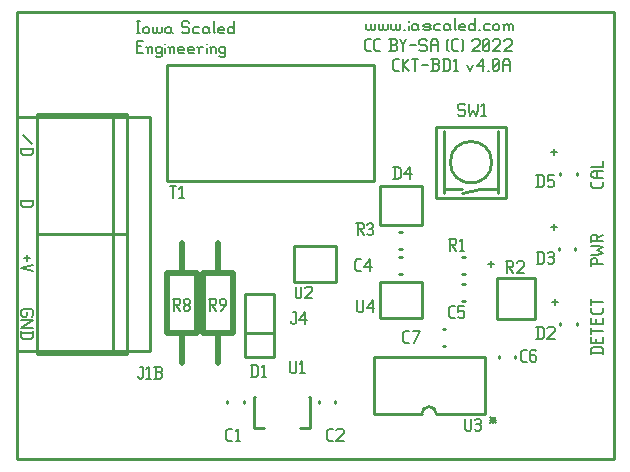
<source format=gbr>
G04 start of page 9 for group -4079 idx -4079 *
G04 Title: (unknown), topsilk *
G04 Creator: pcb 4.0.2 *
G04 CreationDate: Mon Nov 22 04:11:08 2021 UTC *
G04 For: ndholmes *
G04 Format: Gerber/RS-274X *
G04 PCB-Dimensions (mil): 2000.00 1500.00 *
G04 PCB-Coordinate-Origin: lower left *
%MOIN*%
%FSLAX25Y25*%
%LNTOPSILK*%
%ADD69C,0.0200*%
%ADD68C,0.0080*%
%ADD67C,0.0100*%
G54D67*X500Y149500D02*X199500D01*
Y500D01*
X500D01*
Y149500D01*
G54D68*X117000Y145500D02*Y144000D01*
X117500Y143500D01*
X118000D01*
X118500Y144000D01*
Y145500D02*Y144000D01*
X119000Y143500D01*
X119500D01*
X120000Y144000D01*
Y145500D02*Y144000D01*
X121200Y145500D02*Y144000D01*
X121700Y143500D01*
X122200D01*
X122700Y144000D01*
Y145500D02*Y144000D01*
X123200Y143500D01*
X123700D01*
X124200Y144000D01*
Y145500D02*Y144000D01*
X125400Y145500D02*Y144000D01*
X125900Y143500D01*
X126400D01*
X126900Y144000D01*
Y145500D02*Y144000D01*
X127400Y143500D01*
X127900D01*
X128400Y144000D01*
Y145500D02*Y144000D01*
X129600Y143500D02*X130100D01*
X131300Y146500D02*Y146400D01*
Y145000D02*Y143500D01*
X133800Y145500D02*X134300Y145000D01*
X132800Y145500D02*X133800D01*
X132300Y145000D02*X132800Y145500D01*
X132300Y145000D02*Y144000D01*
X132800Y143500D01*
X134300Y145500D02*Y144000D01*
X134800Y143500D01*
X132800D02*X133800D01*
X134300Y144000D01*
X136500Y143500D02*X138000D01*
X138500Y144000D01*
X138000Y144500D02*X138500Y144000D01*
X136500Y144500D02*X138000D01*
X136000Y145000D02*X136500Y144500D01*
X136000Y145000D02*X136500Y145500D01*
X138000D01*
X138500Y145000D01*
X136000Y144000D02*X136500Y143500D01*
X140200Y145500D02*X141700D01*
X139700Y145000D02*X140200Y145500D01*
X139700Y145000D02*Y144000D01*
X140200Y143500D01*
X141700D01*
X144400Y145500D02*X144900Y145000D01*
X143400Y145500D02*X144400D01*
X142900Y145000D02*X143400Y145500D01*
X142900Y145000D02*Y144000D01*
X143400Y143500D01*
X144900Y145500D02*Y144000D01*
X145400Y143500D01*
X143400D02*X144400D01*
X144900Y144000D01*
X146600Y147500D02*Y144000D01*
X147100Y143500D01*
X148600D02*X150100D01*
X148100Y144000D02*X148600Y143500D01*
X148100Y145000D02*Y144000D01*
Y145000D02*X148600Y145500D01*
X149600D01*
X150100Y145000D01*
X148100Y144500D02*X150100D01*
Y145000D02*Y144500D01*
X153300Y147500D02*Y143500D01*
X152800D02*X153300Y144000D01*
X151800Y143500D02*X152800D01*
X151300Y144000D02*X151800Y143500D01*
X151300Y145000D02*Y144000D01*
Y145000D02*X151800Y145500D01*
X152800D01*
X153300Y145000D01*
X154500Y143500D02*X155000D01*
X156700Y145500D02*X158200D01*
X156200Y145000D02*X156700Y145500D01*
X156200Y145000D02*Y144000D01*
X156700Y143500D01*
X158200D01*
X159400Y145000D02*Y144000D01*
Y145000D02*X159900Y145500D01*
X160900D01*
X161400Y145000D01*
Y144000D01*
X160900Y143500D02*X161400Y144000D01*
X159900Y143500D02*X160900D01*
X159400Y144000D02*X159900Y143500D01*
X163100Y145000D02*Y143500D01*
Y145000D02*X163600Y145500D01*
X164100D01*
X164600Y145000D01*
Y143500D01*
Y145000D02*X165100Y145500D01*
X165600D01*
X166100Y145000D01*
Y143500D01*
X162600Y145500D02*X163100Y145000D01*
X178500Y78000D02*X180500D01*
X179500Y79000D02*Y77000D01*
X178500Y103000D02*X180500D01*
X179500Y104000D02*Y102000D01*
X126700Y130000D02*X128000D01*
X126000Y130700D02*X126700Y130000D01*
X126000Y133300D02*Y130700D01*
Y133300D02*X126700Y134000D01*
X128000D01*
X129200D02*Y130000D01*
Y132000D02*X131200Y134000D01*
X129200Y132000D02*X131200Y130000D01*
X132400Y134000D02*X134400D01*
X133400D02*Y130000D01*
X135600Y132000D02*X137600D01*
X138800Y130000D02*X140800D01*
X141300Y130500D01*
Y131700D02*Y130500D01*
X140800Y132200D02*X141300Y131700D01*
X139300Y132200D02*X140800D01*
X139300Y134000D02*Y130000D01*
X138800Y134000D02*X140800D01*
X141300Y133500D01*
Y132700D01*
X140800Y132200D02*X141300Y132700D01*
X143000Y134000D02*Y130000D01*
X144300Y134000D02*X145000Y133300D01*
Y130700D01*
X144300Y130000D02*X145000Y130700D01*
X142500Y130000D02*X144300D01*
X142500Y134000D02*X144300D01*
X146200Y133200D02*X147000Y134000D01*
Y130000D01*
X146200D02*X147700D01*
X150700Y132000D02*X151700Y130000D01*
X152700Y132000D02*X151700Y130000D01*
X153900Y131500D02*X155900Y134000D01*
X153900Y131500D02*X156400D01*
X155900Y134000D02*Y130000D01*
X157600D02*X158100D01*
X159300Y130500D02*X159800Y130000D01*
X159300Y133500D02*Y130500D01*
Y133500D02*X159800Y134000D01*
X160800D01*
X161300Y133500D01*
Y130500D01*
X160800Y130000D02*X161300Y130500D01*
X159800Y130000D02*X160800D01*
X159300Y131000D02*X161300Y133000D01*
X162500D02*Y130000D01*
Y133000D02*X163200Y134000D01*
X164300D01*
X165000Y133000D01*
Y130000D01*
X162500Y132000D02*X165000D01*
X4000Y68500D02*Y66500D01*
X3000Y67500D02*X5000D01*
X6000Y65300D02*X2000Y64300D01*
X6000Y63300D01*
Y48500D02*X5500Y48000D01*
X6000Y50000D02*Y48500D01*
X5500Y50500D02*X6000Y50000D01*
X2500Y50500D02*X5500D01*
X2500D02*X2000Y50000D01*
Y48500D01*
X2500Y48000D01*
X3500D01*
X4000Y48500D02*X3500Y48000D01*
X4000Y49500D02*Y48500D01*
X2000Y46800D02*X6000D01*
X2000Y44300D01*
X6000D01*
X2000Y42600D02*X6000D01*
Y41300D02*X5300Y40600D01*
X2700D02*X5300D01*
X2000Y41300D02*X2700Y40600D01*
X2000Y43100D02*Y41300D01*
X6000Y43100D02*Y41300D01*
X2000Y86500D02*X6000D01*
Y85200D02*X5300Y84500D01*
X2700D02*X5300D01*
X2000Y85200D02*X2700Y84500D01*
X2000Y87000D02*Y85200D01*
X6000Y87000D02*Y85200D01*
X40500Y146500D02*X41500D01*
X41000D02*Y142500D01*
X40500D02*X41500D01*
X42700Y144000D02*Y143000D01*
Y144000D02*X43200Y144500D01*
X44200D01*
X44700Y144000D01*
Y143000D01*
X44200Y142500D02*X44700Y143000D01*
X43200Y142500D02*X44200D01*
X42700Y143000D02*X43200Y142500D01*
X45900Y144500D02*Y143000D01*
X46400Y142500D01*
X46900D01*
X47400Y143000D01*
Y144500D02*Y143000D01*
X47900Y142500D01*
X48400D01*
X48900Y143000D01*
Y144500D02*Y143000D01*
X51600Y144500D02*X52100Y144000D01*
X50600Y144500D02*X51600D01*
X50100Y144000D02*X50600Y144500D01*
X50100Y144000D02*Y143000D01*
X50600Y142500D01*
X52100Y144500D02*Y143000D01*
X52600Y142500D01*
X50600D02*X51600D01*
X52100Y143000D01*
X57600Y146500D02*X58100Y146000D01*
X56100Y146500D02*X57600D01*
X55600Y146000D02*X56100Y146500D01*
X55600Y146000D02*Y145000D01*
X56100Y144500D01*
X57600D01*
X58100Y144000D01*
Y143000D01*
X57600Y142500D02*X58100Y143000D01*
X56100Y142500D02*X57600D01*
X55600Y143000D02*X56100Y142500D01*
X59800Y144500D02*X61300D01*
X59300Y144000D02*X59800Y144500D01*
X59300Y144000D02*Y143000D01*
X59800Y142500D01*
X61300D01*
X64000Y144500D02*X64500Y144000D01*
X63000Y144500D02*X64000D01*
X62500Y144000D02*X63000Y144500D01*
X62500Y144000D02*Y143000D01*
X63000Y142500D01*
X64500Y144500D02*Y143000D01*
X65000Y142500D01*
X63000D02*X64000D01*
X64500Y143000D01*
X66200Y146500D02*Y143000D01*
X66700Y142500D01*
X68200D02*X69700D01*
X67700Y143000D02*X68200Y142500D01*
X67700Y144000D02*Y143000D01*
Y144000D02*X68200Y144500D01*
X69200D01*
X69700Y144000D01*
X67700Y143500D02*X69700D01*
Y144000D02*Y143500D01*
X72900Y146500D02*Y142500D01*
X72400D02*X72900Y143000D01*
X71400Y142500D02*X72400D01*
X70900Y143000D02*X71400Y142500D01*
X70900Y144000D02*Y143000D01*
Y144000D02*X71400Y144500D01*
X72400D01*
X72900Y144000D01*
X40500Y138200D02*X42000D01*
X40500Y136000D02*X42500D01*
X40500Y140000D02*Y136000D01*
Y140000D02*X42500D01*
X44200Y137500D02*Y136000D01*
Y137500D02*X44700Y138000D01*
X45200D01*
X45700Y137500D01*
Y136000D01*
X43700Y138000D02*X44200Y137500D01*
X48400Y138000D02*X48900Y137500D01*
X47400Y138000D02*X48400D01*
X46900Y137500D02*X47400Y138000D01*
X46900Y137500D02*Y136500D01*
X47400Y136000D01*
X48400D01*
X48900Y136500D01*
X46900Y135000D02*X47400Y134500D01*
X48400D01*
X48900Y135000D01*
Y138000D02*Y135000D01*
X50100Y139000D02*Y138900D01*
Y137500D02*Y136000D01*
X51600Y137500D02*Y136000D01*
Y137500D02*X52100Y138000D01*
X52600D01*
X53100Y137500D01*
Y136000D01*
X51100Y138000D02*X51600Y137500D01*
X54800Y136000D02*X56300D01*
X54300Y136500D02*X54800Y136000D01*
X54300Y137500D02*Y136500D01*
Y137500D02*X54800Y138000D01*
X55800D01*
X56300Y137500D01*
X54300Y137000D02*X56300D01*
Y137500D02*Y137000D01*
X58000Y136000D02*X59500D01*
X57500Y136500D02*X58000Y136000D01*
X57500Y137500D02*Y136500D01*
Y137500D02*X58000Y138000D01*
X59000D01*
X59500Y137500D01*
X57500Y137000D02*X59500D01*
Y137500D02*Y137000D01*
X61200Y137500D02*Y136000D01*
Y137500D02*X61700Y138000D01*
X62700D01*
X60700D02*X61200Y137500D01*
X63900Y139000D02*Y138900D01*
Y137500D02*Y136000D01*
X65400Y137500D02*Y136000D01*
Y137500D02*X65900Y138000D01*
X66400D01*
X66900Y137500D01*
Y136000D01*
X64900Y138000D02*X65400Y137500D01*
X69600Y138000D02*X70100Y137500D01*
X68600Y138000D02*X69600D01*
X68100Y137500D02*X68600Y138000D01*
X68100Y137500D02*Y136500D01*
X68600Y136000D01*
X69600D01*
X70100Y136500D01*
X68100Y135000D02*X68600Y134500D01*
X69600D01*
X70100Y135000D01*
Y138000D02*Y135000D01*
X2500Y108500D02*X5500Y105500D01*
X2000Y103800D02*X6000D01*
Y102500D02*X5300Y101800D01*
X2700D02*X5300D01*
X2000Y102500D02*X2700Y101800D01*
X2000Y104300D02*Y102500D01*
X6000Y104300D02*Y102500D01*
X196000Y93000D02*Y91700D01*
X195300Y91000D02*X196000Y91700D01*
X192700Y91000D02*X195300D01*
X192700D02*X192000Y91700D01*
Y93000D02*Y91700D01*
X193000Y94200D02*X196000D01*
X193000D02*X192000Y94900D01*
Y96000D02*Y94900D01*
Y96000D02*X193000Y96700D01*
X196000D01*
X194000D02*Y94200D01*
X192000Y97900D02*X196000D01*
Y99900D02*Y97900D01*
X192000Y36000D02*X196000D01*
X192000Y37300D02*X192700Y38000D01*
X195300D01*
X196000Y37300D02*X195300Y38000D01*
X196000Y37300D02*Y35500D01*
X192000Y37300D02*Y35500D01*
X193800Y40700D02*Y39200D01*
X196000Y41200D02*Y39200D01*
X192000D02*X196000D01*
X192000Y41200D02*Y39200D01*
Y44400D02*Y42400D01*
Y43400D02*X196000D01*
X193800Y47100D02*Y45600D01*
X196000Y47600D02*Y45600D01*
X192000D02*X196000D01*
X192000Y47600D02*Y45600D01*
X196000Y50800D02*Y49500D01*
X195300Y48800D02*X196000Y49500D01*
X192700Y48800D02*X195300D01*
X192700D02*X192000Y49500D01*
Y50800D02*Y49500D01*
Y54000D02*Y52000D01*
Y53000D02*X196000D01*
X192000Y65500D02*X196000D01*
X192000Y67000D02*Y65000D01*
Y67000D02*X192500Y67500D01*
X193500D01*
X194000Y67000D02*X193500Y67500D01*
X194000Y67000D02*Y65500D01*
X192000Y68700D02*X194000D01*
X196000Y69200D01*
X194000Y70200D01*
X196000Y71200D01*
X194000Y71700D01*
X192000D02*X194000D01*
X192000Y74900D02*Y72900D01*
Y74900D02*X192500Y75400D01*
X193500D01*
X194000Y74900D02*X193500Y75400D01*
X194000Y74900D02*Y73400D01*
X192000D02*X196000D01*
X194000Y74200D02*X196000Y75400D01*
X117200Y136500D02*X118500D01*
X116500Y137200D02*X117200Y136500D01*
X116500Y139800D02*Y137200D01*
Y139800D02*X117200Y140500D01*
X118500D01*
X120400Y136500D02*X121700D01*
X119700Y137200D02*X120400Y136500D01*
X119700Y139800D02*Y137200D01*
Y139800D02*X120400Y140500D01*
X121700D01*
X124700Y136500D02*X126700D01*
X127200Y137000D01*
Y138200D02*Y137000D01*
X126700Y138700D02*X127200Y138200D01*
X125200Y138700D02*X126700D01*
X125200Y140500D02*Y136500D01*
X124700Y140500D02*X126700D01*
X127200Y140000D01*
Y139200D01*
X126700Y138700D02*X127200Y139200D01*
X128400Y140500D02*X129400Y138500D01*
X130400Y140500D01*
X129400Y138500D02*Y136500D01*
X131600Y138500D02*X133600D01*
X136800Y140500D02*X137300Y140000D01*
X135300Y140500D02*X136800D01*
X134800Y140000D02*X135300Y140500D01*
X134800Y140000D02*Y139000D01*
X135300Y138500D01*
X136800D01*
X137300Y138000D01*
Y137000D01*
X136800Y136500D02*X137300Y137000D01*
X135300Y136500D02*X136800D01*
X134800Y137000D02*X135300Y136500D01*
X138500Y139500D02*Y136500D01*
Y139500D02*X139200Y140500D01*
X140300D01*
X141000Y139500D01*
Y136500D01*
X138500Y138500D02*X141000D01*
X144000Y137000D02*X144500Y136500D01*
X144000Y140000D02*X144500Y140500D01*
X144000Y140000D02*Y137000D01*
X146400Y136500D02*X147700D01*
X145700Y137200D02*X146400Y136500D01*
X145700Y139800D02*Y137200D01*
Y139800D02*X146400Y140500D01*
X147700D01*
X148900D02*X149400Y140000D01*
Y137000D01*
X148900Y136500D02*X149400Y137000D01*
X152400Y140000D02*X152900Y140500D01*
X154400D01*
X154900Y140000D01*
Y139000D01*
X152400Y136500D02*X154900Y139000D01*
X152400Y136500D02*X154900D01*
X156100Y137000D02*X156600Y136500D01*
X156100Y140000D02*Y137000D01*
Y140000D02*X156600Y140500D01*
X157600D01*
X158100Y140000D01*
Y137000D01*
X157600Y136500D02*X158100Y137000D01*
X156600Y136500D02*X157600D01*
X156100Y137500D02*X158100Y139500D01*
X159300Y140000D02*X159800Y140500D01*
X161300D01*
X161800Y140000D01*
Y139000D01*
X159300Y136500D02*X161800Y139000D01*
X159300Y136500D02*X161800D01*
X163000Y140000D02*X163500Y140500D01*
X165000D01*
X165500Y140000D01*
Y139000D01*
X163000Y136500D02*X165500Y139000D01*
X163000Y136500D02*X165500D01*
X179000Y53000D02*X181000D01*
X180000Y54000D02*Y52000D01*
X157500Y65500D02*X159500D01*
X158500Y66500D02*Y64500D01*
X158348Y14425D02*X160348Y12425D01*
X158348D02*X160348Y14425D01*
X158348Y13425D02*X160348D01*
X159348Y14425D02*Y12425D01*
G54D67*X500Y114500D02*Y36500D01*
X45000Y114500D02*Y36500D01*
X500Y114500D02*X45000D01*
X500Y36500D02*X45000D01*
X7200Y115500D02*Y75500D01*
X37200Y115500D02*Y75500D01*
X32800Y115500D02*Y75500D01*
X7200Y115500D02*X37200D01*
X7200Y75500D02*X37200D01*
X7200D02*Y35500D01*
X37200Y75500D02*Y35500D01*
X32800Y75500D02*Y35500D01*
X7200Y75500D02*X37200D01*
X7200Y35500D02*X37200D01*
X93100Y71500D02*X107000D01*
X93100D02*Y59700D01*
X107000D01*
Y71500D02*Y59700D01*
G54D69*X72500Y62500D02*Y42500D01*
X62500D02*X72500D01*
X62500Y62500D02*Y42500D01*
Y62500D02*X72500D01*
X67500Y72500D02*Y62500D01*
Y42500D02*Y32500D01*
X60500Y62500D02*Y42500D01*
X50500D02*X60500D01*
X50500Y62500D02*Y42500D01*
Y62500D02*X60500D01*
X55500Y72500D02*Y62500D01*
Y42500D02*Y32500D01*
G54D67*X50500Y93250D02*X119500D01*
X50500Y131750D02*X119500D01*
Y93250D01*
X50500Y131750D02*Y93250D01*
X181745Y95893D02*Y95107D01*
X187255Y95893D02*Y95107D01*
X156500Y34500D02*Y15500D01*
X119500Y34500D02*X156500D01*
X119500D02*Y15500D01*
X140500D02*X156500D01*
X119500D02*X135500D01*
X140500D02*G75*G03X135500Y15500I-2500J0D01*G01*
X142607Y43755D02*X143393D01*
X142607Y38245D02*X143393D01*
X161245Y34893D02*Y34107D01*
X166755Y34893D02*Y34107D01*
X160701Y47110D02*X173299D01*
X160701Y60890D02*Y47110D01*
Y60890D02*X173299D01*
Y47110D01*
X181245Y70893D02*Y70107D01*
X186755Y70893D02*Y70107D01*
X181745Y45893D02*Y45107D01*
X187255Y45893D02*Y45107D01*
X121600Y59500D02*X135500D01*
X121600D02*Y47700D01*
X135500D01*
Y59500D02*Y47700D01*
X128107Y76255D02*X128893D01*
X128107Y70745D02*X128893D01*
X128107Y62245D02*X128893D01*
X128107Y67755D02*X128893D01*
X149107D02*X149893D01*
X149107Y62245D02*X149893D01*
X121600Y91500D02*X135500D01*
X121600D02*Y78700D01*
X135500D01*
Y91500D02*Y78700D01*
X149107Y53245D02*X149893D01*
X149107Y58755D02*X149893D01*
X86300Y55500D02*Y34500D01*
X76700Y55500D02*Y34500D01*
X86300D01*
X76700Y55500D02*X86300D01*
X76700Y42500D02*X86300D01*
X106755Y19893D02*Y19107D01*
X101245Y19893D02*Y19107D01*
X76255Y19893D02*Y19107D01*
X70745Y19893D02*Y19107D01*
X98250Y21401D02*Y10771D01*
X79750Y21401D02*Y10771D01*
X95000D02*X98250D01*
X79750D02*X83000D01*
X98071Y21401D02*X98250D01*
X79750D02*X79929D01*
X163800Y111300D02*Y87700D01*
X140200Y111300D02*Y87700D01*
X163800D01*
X140200Y111300D02*X163800D01*
X160850Y109825D02*Y89175D01*
X143150Y109825D02*Y89175D01*
Y90650D02*X149050D01*
X154950D02*X160850D01*
X149050Y89175D02*X154950Y90650D01*
X158900Y99500D02*G75*G03X158900Y99500I-6900J0D01*G01*
G75*G03X145100Y99500I-6900J0D01*G01*
G54D68*X51500Y91500D02*X53500D01*
X52500D02*Y87500D01*
X54700Y90700D02*X55500Y91500D01*
Y87500D01*
X54700D02*X56200D01*
X52500Y54000D02*X54500D01*
X55000Y53500D01*
Y52500D01*
X54500Y52000D02*X55000Y52500D01*
X53000Y52000D02*X54500D01*
X53000Y54000D02*Y50000D01*
X53800Y52000D02*X55000Y50000D01*
X56200Y50500D02*X56700Y50000D01*
X56200Y51300D02*Y50500D01*
Y51300D02*X56900Y52000D01*
X57500D01*
X58200Y51300D01*
Y50500D01*
X57700Y50000D02*X58200Y50500D01*
X56700Y50000D02*X57700D01*
X56200Y52700D02*X56900Y52000D01*
X56200Y53500D02*Y52700D01*
Y53500D02*X56700Y54000D01*
X57700D01*
X58200Y53500D01*
Y52700D01*
X57500Y52000D02*X58200Y52700D01*
X113964Y63107D02*X115264D01*
X113264Y63807D02*X113964Y63107D01*
X113264Y66407D02*Y63807D01*
Y66407D02*X113964Y67107D01*
X115264D01*
X116464Y64607D02*X118464Y67107D01*
X116464Y64607D02*X118964D01*
X118464Y67107D02*Y63107D01*
X92786Y49500D02*X93586D01*
Y46000D01*
X93086Y45500D02*X93586Y46000D01*
X92586Y45500D02*X93086D01*
X92086Y46000D02*X92586Y45500D01*
X92086Y46500D02*Y46000D01*
X94786Y47000D02*X96786Y49500D01*
X94786Y47000D02*X97286D01*
X96786Y49500D02*Y45500D01*
X79000Y32000D02*Y28000D01*
X80300Y32000D02*X81000Y31300D01*
Y28700D01*
X80300Y28000D02*X81000Y28700D01*
X78500Y28000D02*X80300D01*
X78500Y32000D02*X80300D01*
X82200Y31200D02*X83000Y32000D01*
Y28000D01*
X82200D02*X83700D01*
X93500Y58030D02*Y54635D01*
X93985Y54150D01*
X94955D01*
X95440Y54635D01*
Y58030D02*Y54635D01*
X96604Y57545D02*X97089Y58030D01*
X98544D01*
X99029Y57545D01*
Y56575D01*
X96604Y54150D02*X99029Y56575D01*
X96604Y54150D02*X99029D01*
X91801Y33095D02*Y29595D01*
X92301Y29095D01*
X93301D01*
X93801Y29595D01*
Y33095D02*Y29595D01*
X95001Y32295D02*X95801Y33095D01*
Y29095D01*
X95001D02*X96501D01*
X114000Y53500D02*Y50000D01*
X114500Y49500D01*
X115500D01*
X116000Y50000D01*
Y53500D02*Y50000D01*
X117200Y51000D02*X119200Y53500D01*
X117200Y51000D02*X119700D01*
X119200Y53500D02*Y49500D01*
X113721Y79170D02*X115681D01*
X116171Y78680D01*
Y77700D01*
X115681Y77210D02*X116171Y77700D01*
X114211Y77210D02*X115681D01*
X114211Y79170D02*Y75250D01*
X114995Y77210D02*X116171Y75250D01*
X117347Y78680D02*X117837Y79170D01*
X118817D01*
X119307Y78680D01*
X118817Y75250D02*X119307Y75740D01*
X117837Y75250D02*X118817D01*
X117347Y75740D02*X117837Y75250D01*
Y77406D02*X118817D01*
X119307Y78680D02*Y77896D01*
Y76916D02*Y75740D01*
Y76916D02*X118817Y77406D01*
X119307Y77896D02*X118817Y77406D01*
X130007Y39150D02*X131307D01*
X129307Y39850D02*X130007Y39150D01*
X129307Y42450D02*Y39850D01*
Y42450D02*X130007Y43150D01*
X131307D01*
X133007Y39150D02*X135007Y43150D01*
X132507D02*X135007D01*
X71093Y6607D02*X72393D01*
X70393Y7307D02*X71093Y6607D01*
X70393Y9907D02*Y7307D01*
Y9907D02*X71093Y10607D01*
X72393D01*
X73593Y9807D02*X74393Y10607D01*
Y6607D01*
X73593D02*X75093D01*
X64500Y54000D02*X66500D01*
X67000Y53500D01*
Y52500D01*
X66500Y52000D02*X67000Y52500D01*
X65000Y52000D02*X66500D01*
X65000Y54000D02*Y50000D01*
X65800Y52000D02*X67000Y50000D01*
X68700D02*X70200Y52000D01*
Y53500D02*Y52000D01*
X69700Y54000D02*X70200Y53500D01*
X68700Y54000D02*X69700D01*
X68200Y53500D02*X68700Y54000D01*
X68200Y53500D02*Y52500D01*
X68700Y52000D01*
X70200D01*
X41724Y31256D02*X42524D01*
Y27756D01*
X42024Y27256D02*X42524Y27756D01*
X41524Y27256D02*X42024D01*
X41024Y27756D02*X41524Y27256D01*
X41024Y28256D02*Y27756D01*
X43724Y30456D02*X44524Y31256D01*
Y27256D01*
X43724D02*X45224D01*
X46424D02*X48424D01*
X48924Y27756D01*
Y28956D02*Y27756D01*
X48424Y29456D02*X48924Y28956D01*
X46924Y29456D02*X48424D01*
X46924Y31256D02*Y27256D01*
X46424Y31256D02*X48424D01*
X48924Y30756D01*
Y29956D01*
X48424Y29456D02*X48924Y29956D01*
X174436Y69650D02*Y65650D01*
X175736Y69650D02*X176436Y68950D01*
Y66350D01*
X175736Y65650D02*X176436Y66350D01*
X173936Y65650D02*X175736D01*
X173936Y69650D02*X175736D01*
X177636Y69150D02*X178136Y69650D01*
X179136D01*
X179636Y69150D01*
X179136Y65650D02*X179636Y66150D01*
X178136Y65650D02*X179136D01*
X177636Y66150D02*X178136Y65650D01*
Y67850D02*X179136D01*
X179636Y69150D02*Y68350D01*
Y67350D02*Y66150D01*
Y67350D02*X179136Y67850D01*
X179636Y68350D02*X179136Y67850D01*
X144500Y74000D02*X146500D01*
X147000Y73500D01*
Y72500D01*
X146500Y72000D02*X147000Y72500D01*
X145000Y72000D02*X146500D01*
X145000Y74000D02*Y70000D01*
X145800Y72000D02*X147000Y70000D01*
X148200Y73200D02*X149000Y74000D01*
Y70000D01*
X148200D02*X149700D01*
X145200Y47500D02*X146500D01*
X144500Y48200D02*X145200Y47500D01*
X144500Y50800D02*Y48200D01*
Y50800D02*X145200Y51500D01*
X146500D01*
X147700D02*X149700D01*
X147700D02*Y49500D01*
X148200Y50000D01*
X149200D01*
X149700Y49500D01*
Y48000D01*
X149200Y47500D02*X149700Y48000D01*
X148200Y47500D02*X149200D01*
X147700Y48000D02*X148200Y47500D01*
X163500Y66500D02*X165500D01*
X166000Y66000D01*
Y65000D01*
X165500Y64500D02*X166000Y65000D01*
X164000Y64500D02*X165500D01*
X164000Y66500D02*Y62500D01*
X164800Y64500D02*X166000Y62500D01*
X167200Y66000D02*X167700Y66500D01*
X169200D01*
X169700Y66000D01*
Y65000D01*
X167200Y62500D02*X169700Y65000D01*
X167200Y62500D02*X169700D01*
X174307Y95150D02*Y91150D01*
X175607Y95150D02*X176307Y94450D01*
Y91850D01*
X175607Y91150D02*X176307Y91850D01*
X173807Y91150D02*X175607D01*
X173807Y95150D02*X175607D01*
X177507D02*X179507D01*
X177507D02*Y93150D01*
X178007Y93650D01*
X179007D01*
X179507Y93150D01*
Y91650D01*
X179007Y91150D02*X179507Y91650D01*
X178007Y91150D02*X179007D01*
X177507Y91650D02*X178007Y91150D01*
X174264Y44650D02*Y40650D01*
X175564Y44650D02*X176264Y43950D01*
Y41350D01*
X175564Y40650D02*X176264Y41350D01*
X173764Y40650D02*X175564D01*
X173764Y44650D02*X175564D01*
X177464Y44150D02*X177964Y44650D01*
X179464D01*
X179964Y44150D01*
Y43150D01*
X177464Y40650D02*X179964Y43150D01*
X177464Y40650D02*X179964D01*
X169200Y33000D02*X170500D01*
X168500Y33700D02*X169200Y33000D01*
X168500Y36300D02*Y33700D01*
Y36300D02*X169200Y37000D01*
X170500D01*
X173200D02*X173700Y36500D01*
X172200Y37000D02*X173200D01*
X171700Y36500D02*X172200Y37000D01*
X171700Y36500D02*Y33500D01*
X172200Y33000D01*
X173200Y35200D02*X173700Y34700D01*
X171700Y35200D02*X173200D01*
X172200Y33000D02*X173200D01*
X173700Y33500D01*
Y34700D02*Y33500D01*
X150000Y14000D02*Y10500D01*
X150500Y10000D01*
X151500D01*
X152000Y10500D01*
Y14000D02*Y10500D01*
X153200Y13500D02*X153700Y14000D01*
X154700D01*
X155200Y13500D01*
X154700Y10000D02*X155200Y10500D01*
X153700Y10000D02*X154700D01*
X153200Y10500D02*X153700Y10000D01*
Y12200D02*X154700D01*
X155200Y13500D02*Y12700D01*
Y11700D02*Y10500D01*
Y11700D02*X154700Y12200D01*
X155200Y12700D02*X154700Y12200D01*
X126500Y98000D02*Y94000D01*
X127800Y98000D02*X128500Y97300D01*
Y94700D01*
X127800Y94000D02*X128500Y94700D01*
X126000Y94000D02*X127800D01*
X126000Y98000D02*X127800D01*
X129700Y95500D02*X131700Y98000D01*
X129700Y95500D02*X132200D01*
X131700Y98000D02*Y94000D01*
X149500Y119000D02*X150000Y118500D01*
X148000Y119000D02*X149500D01*
X147500Y118500D02*X148000Y119000D01*
X147500Y118500D02*Y117500D01*
X148000Y117000D01*
X149500D01*
X150000Y116500D01*
Y115500D01*
X149500Y115000D02*X150000Y115500D01*
X148000Y115000D02*X149500D01*
X147500Y115500D02*X148000Y115000D01*
X151200Y119000D02*Y117000D01*
X151700Y115000D01*
X152700Y117000D01*
X153700Y115000D01*
X154200Y117000D01*
Y119000D02*Y117000D01*
X155400Y118200D02*X156200Y119000D01*
Y115000D01*
X155400D02*X156900D01*
X104550Y6650D02*X105850D01*
X103850Y7350D02*X104550Y6650D01*
X103850Y9950D02*Y7350D01*
Y9950D02*X104550Y10650D01*
X105850D01*
X107050Y10150D02*X107550Y10650D01*
X109050D01*
X109550Y10150D01*
Y9150D01*
X107050Y6650D02*X109550Y9150D01*
X107050Y6650D02*X109550D01*
M02*

</source>
